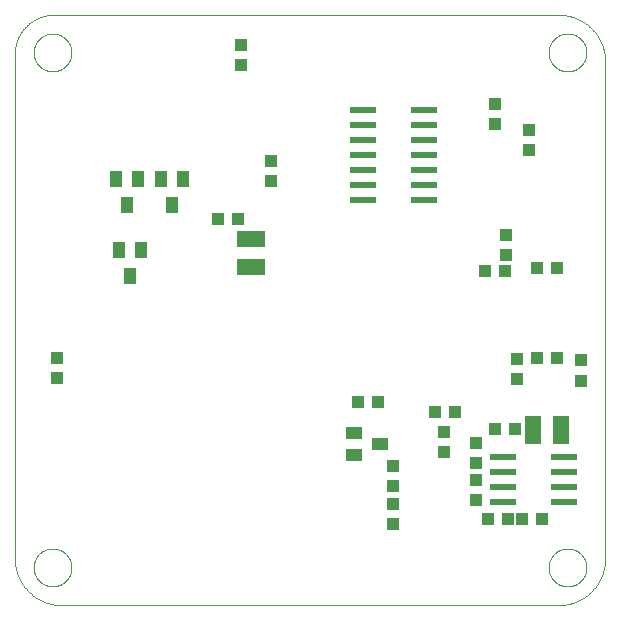
<source format=gbp>
G75*
%MOIN*%
%OFA0B0*%
%FSLAX25Y25*%
%IPPOS*%
%LPD*%
%AMOC8*
5,1,8,0,0,1.08239X$1,22.5*
%
%ADD10C,0.00000*%
%ADD11R,0.03937X0.04331*%
%ADD12R,0.04331X0.03937*%
%ADD13R,0.09449X0.05512*%
%ADD14R,0.03937X0.05512*%
%ADD15R,0.08661X0.02362*%
%ADD16R,0.08700X0.02400*%
%ADD17R,0.05512X0.09449*%
%ADD18R,0.05512X0.03937*%
D10*
X0007977Y0017548D02*
X0007977Y0185550D01*
X0014277Y0186052D02*
X0014279Y0186210D01*
X0014285Y0186368D01*
X0014295Y0186526D01*
X0014309Y0186684D01*
X0014327Y0186841D01*
X0014348Y0186998D01*
X0014374Y0187154D01*
X0014404Y0187310D01*
X0014437Y0187465D01*
X0014475Y0187618D01*
X0014516Y0187771D01*
X0014561Y0187923D01*
X0014610Y0188074D01*
X0014663Y0188223D01*
X0014719Y0188371D01*
X0014779Y0188517D01*
X0014843Y0188662D01*
X0014911Y0188805D01*
X0014982Y0188947D01*
X0015056Y0189087D01*
X0015134Y0189224D01*
X0015216Y0189360D01*
X0015300Y0189494D01*
X0015389Y0189625D01*
X0015480Y0189754D01*
X0015575Y0189881D01*
X0015672Y0190006D01*
X0015773Y0190128D01*
X0015877Y0190247D01*
X0015984Y0190364D01*
X0016094Y0190478D01*
X0016207Y0190589D01*
X0016322Y0190698D01*
X0016440Y0190803D01*
X0016561Y0190905D01*
X0016684Y0191005D01*
X0016810Y0191101D01*
X0016938Y0191194D01*
X0017068Y0191284D01*
X0017201Y0191370D01*
X0017336Y0191454D01*
X0017472Y0191533D01*
X0017611Y0191610D01*
X0017752Y0191682D01*
X0017894Y0191752D01*
X0018038Y0191817D01*
X0018184Y0191879D01*
X0018331Y0191937D01*
X0018480Y0191992D01*
X0018630Y0192043D01*
X0018781Y0192090D01*
X0018933Y0192133D01*
X0019086Y0192172D01*
X0019241Y0192208D01*
X0019396Y0192239D01*
X0019552Y0192267D01*
X0019708Y0192291D01*
X0019865Y0192311D01*
X0020023Y0192327D01*
X0020180Y0192339D01*
X0020339Y0192347D01*
X0020497Y0192351D01*
X0020655Y0192351D01*
X0020813Y0192347D01*
X0020972Y0192339D01*
X0021129Y0192327D01*
X0021287Y0192311D01*
X0021444Y0192291D01*
X0021600Y0192267D01*
X0021756Y0192239D01*
X0021911Y0192208D01*
X0022066Y0192172D01*
X0022219Y0192133D01*
X0022371Y0192090D01*
X0022522Y0192043D01*
X0022672Y0191992D01*
X0022821Y0191937D01*
X0022968Y0191879D01*
X0023114Y0191817D01*
X0023258Y0191752D01*
X0023400Y0191682D01*
X0023541Y0191610D01*
X0023680Y0191533D01*
X0023816Y0191454D01*
X0023951Y0191370D01*
X0024084Y0191284D01*
X0024214Y0191194D01*
X0024342Y0191101D01*
X0024468Y0191005D01*
X0024591Y0190905D01*
X0024712Y0190803D01*
X0024830Y0190698D01*
X0024945Y0190589D01*
X0025058Y0190478D01*
X0025168Y0190364D01*
X0025275Y0190247D01*
X0025379Y0190128D01*
X0025480Y0190006D01*
X0025577Y0189881D01*
X0025672Y0189754D01*
X0025763Y0189625D01*
X0025852Y0189494D01*
X0025936Y0189360D01*
X0026018Y0189224D01*
X0026096Y0189087D01*
X0026170Y0188947D01*
X0026241Y0188805D01*
X0026309Y0188662D01*
X0026373Y0188517D01*
X0026433Y0188371D01*
X0026489Y0188223D01*
X0026542Y0188074D01*
X0026591Y0187923D01*
X0026636Y0187771D01*
X0026677Y0187618D01*
X0026715Y0187465D01*
X0026748Y0187310D01*
X0026778Y0187154D01*
X0026804Y0186998D01*
X0026825Y0186841D01*
X0026843Y0186684D01*
X0026857Y0186526D01*
X0026867Y0186368D01*
X0026873Y0186210D01*
X0026875Y0186052D01*
X0026873Y0185894D01*
X0026867Y0185736D01*
X0026857Y0185578D01*
X0026843Y0185420D01*
X0026825Y0185263D01*
X0026804Y0185106D01*
X0026778Y0184950D01*
X0026748Y0184794D01*
X0026715Y0184639D01*
X0026677Y0184486D01*
X0026636Y0184333D01*
X0026591Y0184181D01*
X0026542Y0184030D01*
X0026489Y0183881D01*
X0026433Y0183733D01*
X0026373Y0183587D01*
X0026309Y0183442D01*
X0026241Y0183299D01*
X0026170Y0183157D01*
X0026096Y0183017D01*
X0026018Y0182880D01*
X0025936Y0182744D01*
X0025852Y0182610D01*
X0025763Y0182479D01*
X0025672Y0182350D01*
X0025577Y0182223D01*
X0025480Y0182098D01*
X0025379Y0181976D01*
X0025275Y0181857D01*
X0025168Y0181740D01*
X0025058Y0181626D01*
X0024945Y0181515D01*
X0024830Y0181406D01*
X0024712Y0181301D01*
X0024591Y0181199D01*
X0024468Y0181099D01*
X0024342Y0181003D01*
X0024214Y0180910D01*
X0024084Y0180820D01*
X0023951Y0180734D01*
X0023816Y0180650D01*
X0023680Y0180571D01*
X0023541Y0180494D01*
X0023400Y0180422D01*
X0023258Y0180352D01*
X0023114Y0180287D01*
X0022968Y0180225D01*
X0022821Y0180167D01*
X0022672Y0180112D01*
X0022522Y0180061D01*
X0022371Y0180014D01*
X0022219Y0179971D01*
X0022066Y0179932D01*
X0021911Y0179896D01*
X0021756Y0179865D01*
X0021600Y0179837D01*
X0021444Y0179813D01*
X0021287Y0179793D01*
X0021129Y0179777D01*
X0020972Y0179765D01*
X0020813Y0179757D01*
X0020655Y0179753D01*
X0020497Y0179753D01*
X0020339Y0179757D01*
X0020180Y0179765D01*
X0020023Y0179777D01*
X0019865Y0179793D01*
X0019708Y0179813D01*
X0019552Y0179837D01*
X0019396Y0179865D01*
X0019241Y0179896D01*
X0019086Y0179932D01*
X0018933Y0179971D01*
X0018781Y0180014D01*
X0018630Y0180061D01*
X0018480Y0180112D01*
X0018331Y0180167D01*
X0018184Y0180225D01*
X0018038Y0180287D01*
X0017894Y0180352D01*
X0017752Y0180422D01*
X0017611Y0180494D01*
X0017472Y0180571D01*
X0017336Y0180650D01*
X0017201Y0180734D01*
X0017068Y0180820D01*
X0016938Y0180910D01*
X0016810Y0181003D01*
X0016684Y0181099D01*
X0016561Y0181199D01*
X0016440Y0181301D01*
X0016322Y0181406D01*
X0016207Y0181515D01*
X0016094Y0181626D01*
X0015984Y0181740D01*
X0015877Y0181857D01*
X0015773Y0181976D01*
X0015672Y0182098D01*
X0015575Y0182223D01*
X0015480Y0182350D01*
X0015389Y0182479D01*
X0015300Y0182610D01*
X0015216Y0182744D01*
X0015134Y0182880D01*
X0015056Y0183017D01*
X0014982Y0183157D01*
X0014911Y0183299D01*
X0014843Y0183442D01*
X0014779Y0183587D01*
X0014719Y0183733D01*
X0014663Y0183881D01*
X0014610Y0184030D01*
X0014561Y0184181D01*
X0014516Y0184333D01*
X0014475Y0184486D01*
X0014437Y0184639D01*
X0014404Y0184794D01*
X0014374Y0184950D01*
X0014348Y0185106D01*
X0014327Y0185263D01*
X0014309Y0185420D01*
X0014295Y0185578D01*
X0014285Y0185736D01*
X0014279Y0185894D01*
X0014277Y0186052D01*
X0007978Y0185550D02*
X0007982Y0185867D01*
X0007993Y0186183D01*
X0008012Y0186499D01*
X0008039Y0186814D01*
X0008074Y0187129D01*
X0008115Y0187443D01*
X0008165Y0187755D01*
X0008222Y0188067D01*
X0008287Y0188377D01*
X0008359Y0188685D01*
X0008438Y0188991D01*
X0008525Y0189296D01*
X0008619Y0189598D01*
X0008721Y0189898D01*
X0008829Y0190195D01*
X0008945Y0190490D01*
X0009068Y0190782D01*
X0009198Y0191070D01*
X0009335Y0191356D01*
X0009479Y0191638D01*
X0009629Y0191916D01*
X0009786Y0192191D01*
X0009950Y0192462D01*
X0010120Y0192729D01*
X0010297Y0192992D01*
X0010480Y0193250D01*
X0010669Y0193504D01*
X0010864Y0193753D01*
X0011065Y0193997D01*
X0011273Y0194237D01*
X0011485Y0194471D01*
X0011704Y0194700D01*
X0011928Y0194924D01*
X0012157Y0195143D01*
X0012391Y0195355D01*
X0012631Y0195563D01*
X0012875Y0195764D01*
X0013124Y0195959D01*
X0013378Y0196148D01*
X0013636Y0196331D01*
X0013899Y0196508D01*
X0014166Y0196678D01*
X0014437Y0196842D01*
X0014712Y0196999D01*
X0014990Y0197149D01*
X0015272Y0197293D01*
X0015558Y0197430D01*
X0015846Y0197560D01*
X0016138Y0197683D01*
X0016433Y0197799D01*
X0016730Y0197907D01*
X0017030Y0198009D01*
X0017332Y0198103D01*
X0017637Y0198190D01*
X0017943Y0198269D01*
X0018251Y0198341D01*
X0018561Y0198406D01*
X0018873Y0198463D01*
X0019185Y0198513D01*
X0019499Y0198554D01*
X0019814Y0198589D01*
X0020129Y0198616D01*
X0020445Y0198635D01*
X0020761Y0198646D01*
X0021078Y0198650D01*
X0189080Y0198650D01*
X0185930Y0186052D02*
X0185932Y0186210D01*
X0185938Y0186368D01*
X0185948Y0186526D01*
X0185962Y0186684D01*
X0185980Y0186841D01*
X0186001Y0186998D01*
X0186027Y0187154D01*
X0186057Y0187310D01*
X0186090Y0187465D01*
X0186128Y0187618D01*
X0186169Y0187771D01*
X0186214Y0187923D01*
X0186263Y0188074D01*
X0186316Y0188223D01*
X0186372Y0188371D01*
X0186432Y0188517D01*
X0186496Y0188662D01*
X0186564Y0188805D01*
X0186635Y0188947D01*
X0186709Y0189087D01*
X0186787Y0189224D01*
X0186869Y0189360D01*
X0186953Y0189494D01*
X0187042Y0189625D01*
X0187133Y0189754D01*
X0187228Y0189881D01*
X0187325Y0190006D01*
X0187426Y0190128D01*
X0187530Y0190247D01*
X0187637Y0190364D01*
X0187747Y0190478D01*
X0187860Y0190589D01*
X0187975Y0190698D01*
X0188093Y0190803D01*
X0188214Y0190905D01*
X0188337Y0191005D01*
X0188463Y0191101D01*
X0188591Y0191194D01*
X0188721Y0191284D01*
X0188854Y0191370D01*
X0188989Y0191454D01*
X0189125Y0191533D01*
X0189264Y0191610D01*
X0189405Y0191682D01*
X0189547Y0191752D01*
X0189691Y0191817D01*
X0189837Y0191879D01*
X0189984Y0191937D01*
X0190133Y0191992D01*
X0190283Y0192043D01*
X0190434Y0192090D01*
X0190586Y0192133D01*
X0190739Y0192172D01*
X0190894Y0192208D01*
X0191049Y0192239D01*
X0191205Y0192267D01*
X0191361Y0192291D01*
X0191518Y0192311D01*
X0191676Y0192327D01*
X0191833Y0192339D01*
X0191992Y0192347D01*
X0192150Y0192351D01*
X0192308Y0192351D01*
X0192466Y0192347D01*
X0192625Y0192339D01*
X0192782Y0192327D01*
X0192940Y0192311D01*
X0193097Y0192291D01*
X0193253Y0192267D01*
X0193409Y0192239D01*
X0193564Y0192208D01*
X0193719Y0192172D01*
X0193872Y0192133D01*
X0194024Y0192090D01*
X0194175Y0192043D01*
X0194325Y0191992D01*
X0194474Y0191937D01*
X0194621Y0191879D01*
X0194767Y0191817D01*
X0194911Y0191752D01*
X0195053Y0191682D01*
X0195194Y0191610D01*
X0195333Y0191533D01*
X0195469Y0191454D01*
X0195604Y0191370D01*
X0195737Y0191284D01*
X0195867Y0191194D01*
X0195995Y0191101D01*
X0196121Y0191005D01*
X0196244Y0190905D01*
X0196365Y0190803D01*
X0196483Y0190698D01*
X0196598Y0190589D01*
X0196711Y0190478D01*
X0196821Y0190364D01*
X0196928Y0190247D01*
X0197032Y0190128D01*
X0197133Y0190006D01*
X0197230Y0189881D01*
X0197325Y0189754D01*
X0197416Y0189625D01*
X0197505Y0189494D01*
X0197589Y0189360D01*
X0197671Y0189224D01*
X0197749Y0189087D01*
X0197823Y0188947D01*
X0197894Y0188805D01*
X0197962Y0188662D01*
X0198026Y0188517D01*
X0198086Y0188371D01*
X0198142Y0188223D01*
X0198195Y0188074D01*
X0198244Y0187923D01*
X0198289Y0187771D01*
X0198330Y0187618D01*
X0198368Y0187465D01*
X0198401Y0187310D01*
X0198431Y0187154D01*
X0198457Y0186998D01*
X0198478Y0186841D01*
X0198496Y0186684D01*
X0198510Y0186526D01*
X0198520Y0186368D01*
X0198526Y0186210D01*
X0198528Y0186052D01*
X0198526Y0185894D01*
X0198520Y0185736D01*
X0198510Y0185578D01*
X0198496Y0185420D01*
X0198478Y0185263D01*
X0198457Y0185106D01*
X0198431Y0184950D01*
X0198401Y0184794D01*
X0198368Y0184639D01*
X0198330Y0184486D01*
X0198289Y0184333D01*
X0198244Y0184181D01*
X0198195Y0184030D01*
X0198142Y0183881D01*
X0198086Y0183733D01*
X0198026Y0183587D01*
X0197962Y0183442D01*
X0197894Y0183299D01*
X0197823Y0183157D01*
X0197749Y0183017D01*
X0197671Y0182880D01*
X0197589Y0182744D01*
X0197505Y0182610D01*
X0197416Y0182479D01*
X0197325Y0182350D01*
X0197230Y0182223D01*
X0197133Y0182098D01*
X0197032Y0181976D01*
X0196928Y0181857D01*
X0196821Y0181740D01*
X0196711Y0181626D01*
X0196598Y0181515D01*
X0196483Y0181406D01*
X0196365Y0181301D01*
X0196244Y0181199D01*
X0196121Y0181099D01*
X0195995Y0181003D01*
X0195867Y0180910D01*
X0195737Y0180820D01*
X0195604Y0180734D01*
X0195469Y0180650D01*
X0195333Y0180571D01*
X0195194Y0180494D01*
X0195053Y0180422D01*
X0194911Y0180352D01*
X0194767Y0180287D01*
X0194621Y0180225D01*
X0194474Y0180167D01*
X0194325Y0180112D01*
X0194175Y0180061D01*
X0194024Y0180014D01*
X0193872Y0179971D01*
X0193719Y0179932D01*
X0193564Y0179896D01*
X0193409Y0179865D01*
X0193253Y0179837D01*
X0193097Y0179813D01*
X0192940Y0179793D01*
X0192782Y0179777D01*
X0192625Y0179765D01*
X0192466Y0179757D01*
X0192308Y0179753D01*
X0192150Y0179753D01*
X0191992Y0179757D01*
X0191833Y0179765D01*
X0191676Y0179777D01*
X0191518Y0179793D01*
X0191361Y0179813D01*
X0191205Y0179837D01*
X0191049Y0179865D01*
X0190894Y0179896D01*
X0190739Y0179932D01*
X0190586Y0179971D01*
X0190434Y0180014D01*
X0190283Y0180061D01*
X0190133Y0180112D01*
X0189984Y0180167D01*
X0189837Y0180225D01*
X0189691Y0180287D01*
X0189547Y0180352D01*
X0189405Y0180422D01*
X0189264Y0180494D01*
X0189125Y0180571D01*
X0188989Y0180650D01*
X0188854Y0180734D01*
X0188721Y0180820D01*
X0188591Y0180910D01*
X0188463Y0181003D01*
X0188337Y0181099D01*
X0188214Y0181199D01*
X0188093Y0181301D01*
X0187975Y0181406D01*
X0187860Y0181515D01*
X0187747Y0181626D01*
X0187637Y0181740D01*
X0187530Y0181857D01*
X0187426Y0181976D01*
X0187325Y0182098D01*
X0187228Y0182223D01*
X0187133Y0182350D01*
X0187042Y0182479D01*
X0186953Y0182610D01*
X0186869Y0182744D01*
X0186787Y0182880D01*
X0186709Y0183017D01*
X0186635Y0183157D01*
X0186564Y0183299D01*
X0186496Y0183442D01*
X0186432Y0183587D01*
X0186372Y0183733D01*
X0186316Y0183881D01*
X0186263Y0184030D01*
X0186214Y0184181D01*
X0186169Y0184333D01*
X0186128Y0184486D01*
X0186090Y0184639D01*
X0186057Y0184794D01*
X0186027Y0184950D01*
X0186001Y0185106D01*
X0185980Y0185263D01*
X0185962Y0185420D01*
X0185948Y0185578D01*
X0185938Y0185736D01*
X0185932Y0185894D01*
X0185930Y0186052D01*
X0189080Y0198650D02*
X0189461Y0198645D01*
X0189841Y0198632D01*
X0190221Y0198609D01*
X0190600Y0198576D01*
X0190978Y0198535D01*
X0191355Y0198485D01*
X0191731Y0198425D01*
X0192106Y0198357D01*
X0192478Y0198279D01*
X0192849Y0198192D01*
X0193217Y0198097D01*
X0193583Y0197992D01*
X0193946Y0197879D01*
X0194307Y0197757D01*
X0194664Y0197627D01*
X0195018Y0197487D01*
X0195369Y0197340D01*
X0195716Y0197183D01*
X0196059Y0197019D01*
X0196398Y0196846D01*
X0196733Y0196665D01*
X0197064Y0196476D01*
X0197389Y0196279D01*
X0197710Y0196075D01*
X0198026Y0195862D01*
X0198336Y0195642D01*
X0198642Y0195415D01*
X0198941Y0195180D01*
X0199235Y0194938D01*
X0199523Y0194690D01*
X0199805Y0194434D01*
X0200080Y0194171D01*
X0200349Y0193902D01*
X0200612Y0193627D01*
X0200868Y0193345D01*
X0201116Y0193057D01*
X0201358Y0192763D01*
X0201593Y0192464D01*
X0201820Y0192158D01*
X0202040Y0191848D01*
X0202253Y0191532D01*
X0202457Y0191211D01*
X0202654Y0190886D01*
X0202843Y0190555D01*
X0203024Y0190220D01*
X0203197Y0189881D01*
X0203361Y0189538D01*
X0203518Y0189191D01*
X0203665Y0188840D01*
X0203805Y0188486D01*
X0203935Y0188129D01*
X0204057Y0187768D01*
X0204170Y0187405D01*
X0204275Y0187039D01*
X0204370Y0186671D01*
X0204457Y0186300D01*
X0204535Y0185928D01*
X0204603Y0185553D01*
X0204663Y0185177D01*
X0204713Y0184800D01*
X0204754Y0184422D01*
X0204787Y0184043D01*
X0204810Y0183663D01*
X0204823Y0183283D01*
X0204828Y0182902D01*
X0204828Y0017548D01*
X0185930Y0014398D02*
X0185932Y0014556D01*
X0185938Y0014714D01*
X0185948Y0014872D01*
X0185962Y0015030D01*
X0185980Y0015187D01*
X0186001Y0015344D01*
X0186027Y0015500D01*
X0186057Y0015656D01*
X0186090Y0015811D01*
X0186128Y0015964D01*
X0186169Y0016117D01*
X0186214Y0016269D01*
X0186263Y0016420D01*
X0186316Y0016569D01*
X0186372Y0016717D01*
X0186432Y0016863D01*
X0186496Y0017008D01*
X0186564Y0017151D01*
X0186635Y0017293D01*
X0186709Y0017433D01*
X0186787Y0017570D01*
X0186869Y0017706D01*
X0186953Y0017840D01*
X0187042Y0017971D01*
X0187133Y0018100D01*
X0187228Y0018227D01*
X0187325Y0018352D01*
X0187426Y0018474D01*
X0187530Y0018593D01*
X0187637Y0018710D01*
X0187747Y0018824D01*
X0187860Y0018935D01*
X0187975Y0019044D01*
X0188093Y0019149D01*
X0188214Y0019251D01*
X0188337Y0019351D01*
X0188463Y0019447D01*
X0188591Y0019540D01*
X0188721Y0019630D01*
X0188854Y0019716D01*
X0188989Y0019800D01*
X0189125Y0019879D01*
X0189264Y0019956D01*
X0189405Y0020028D01*
X0189547Y0020098D01*
X0189691Y0020163D01*
X0189837Y0020225D01*
X0189984Y0020283D01*
X0190133Y0020338D01*
X0190283Y0020389D01*
X0190434Y0020436D01*
X0190586Y0020479D01*
X0190739Y0020518D01*
X0190894Y0020554D01*
X0191049Y0020585D01*
X0191205Y0020613D01*
X0191361Y0020637D01*
X0191518Y0020657D01*
X0191676Y0020673D01*
X0191833Y0020685D01*
X0191992Y0020693D01*
X0192150Y0020697D01*
X0192308Y0020697D01*
X0192466Y0020693D01*
X0192625Y0020685D01*
X0192782Y0020673D01*
X0192940Y0020657D01*
X0193097Y0020637D01*
X0193253Y0020613D01*
X0193409Y0020585D01*
X0193564Y0020554D01*
X0193719Y0020518D01*
X0193872Y0020479D01*
X0194024Y0020436D01*
X0194175Y0020389D01*
X0194325Y0020338D01*
X0194474Y0020283D01*
X0194621Y0020225D01*
X0194767Y0020163D01*
X0194911Y0020098D01*
X0195053Y0020028D01*
X0195194Y0019956D01*
X0195333Y0019879D01*
X0195469Y0019800D01*
X0195604Y0019716D01*
X0195737Y0019630D01*
X0195867Y0019540D01*
X0195995Y0019447D01*
X0196121Y0019351D01*
X0196244Y0019251D01*
X0196365Y0019149D01*
X0196483Y0019044D01*
X0196598Y0018935D01*
X0196711Y0018824D01*
X0196821Y0018710D01*
X0196928Y0018593D01*
X0197032Y0018474D01*
X0197133Y0018352D01*
X0197230Y0018227D01*
X0197325Y0018100D01*
X0197416Y0017971D01*
X0197505Y0017840D01*
X0197589Y0017706D01*
X0197671Y0017570D01*
X0197749Y0017433D01*
X0197823Y0017293D01*
X0197894Y0017151D01*
X0197962Y0017008D01*
X0198026Y0016863D01*
X0198086Y0016717D01*
X0198142Y0016569D01*
X0198195Y0016420D01*
X0198244Y0016269D01*
X0198289Y0016117D01*
X0198330Y0015964D01*
X0198368Y0015811D01*
X0198401Y0015656D01*
X0198431Y0015500D01*
X0198457Y0015344D01*
X0198478Y0015187D01*
X0198496Y0015030D01*
X0198510Y0014872D01*
X0198520Y0014714D01*
X0198526Y0014556D01*
X0198528Y0014398D01*
X0198526Y0014240D01*
X0198520Y0014082D01*
X0198510Y0013924D01*
X0198496Y0013766D01*
X0198478Y0013609D01*
X0198457Y0013452D01*
X0198431Y0013296D01*
X0198401Y0013140D01*
X0198368Y0012985D01*
X0198330Y0012832D01*
X0198289Y0012679D01*
X0198244Y0012527D01*
X0198195Y0012376D01*
X0198142Y0012227D01*
X0198086Y0012079D01*
X0198026Y0011933D01*
X0197962Y0011788D01*
X0197894Y0011645D01*
X0197823Y0011503D01*
X0197749Y0011363D01*
X0197671Y0011226D01*
X0197589Y0011090D01*
X0197505Y0010956D01*
X0197416Y0010825D01*
X0197325Y0010696D01*
X0197230Y0010569D01*
X0197133Y0010444D01*
X0197032Y0010322D01*
X0196928Y0010203D01*
X0196821Y0010086D01*
X0196711Y0009972D01*
X0196598Y0009861D01*
X0196483Y0009752D01*
X0196365Y0009647D01*
X0196244Y0009545D01*
X0196121Y0009445D01*
X0195995Y0009349D01*
X0195867Y0009256D01*
X0195737Y0009166D01*
X0195604Y0009080D01*
X0195469Y0008996D01*
X0195333Y0008917D01*
X0195194Y0008840D01*
X0195053Y0008768D01*
X0194911Y0008698D01*
X0194767Y0008633D01*
X0194621Y0008571D01*
X0194474Y0008513D01*
X0194325Y0008458D01*
X0194175Y0008407D01*
X0194024Y0008360D01*
X0193872Y0008317D01*
X0193719Y0008278D01*
X0193564Y0008242D01*
X0193409Y0008211D01*
X0193253Y0008183D01*
X0193097Y0008159D01*
X0192940Y0008139D01*
X0192782Y0008123D01*
X0192625Y0008111D01*
X0192466Y0008103D01*
X0192308Y0008099D01*
X0192150Y0008099D01*
X0191992Y0008103D01*
X0191833Y0008111D01*
X0191676Y0008123D01*
X0191518Y0008139D01*
X0191361Y0008159D01*
X0191205Y0008183D01*
X0191049Y0008211D01*
X0190894Y0008242D01*
X0190739Y0008278D01*
X0190586Y0008317D01*
X0190434Y0008360D01*
X0190283Y0008407D01*
X0190133Y0008458D01*
X0189984Y0008513D01*
X0189837Y0008571D01*
X0189691Y0008633D01*
X0189547Y0008698D01*
X0189405Y0008768D01*
X0189264Y0008840D01*
X0189125Y0008917D01*
X0188989Y0008996D01*
X0188854Y0009080D01*
X0188721Y0009166D01*
X0188591Y0009256D01*
X0188463Y0009349D01*
X0188337Y0009445D01*
X0188214Y0009545D01*
X0188093Y0009647D01*
X0187975Y0009752D01*
X0187860Y0009861D01*
X0187747Y0009972D01*
X0187637Y0010086D01*
X0187530Y0010203D01*
X0187426Y0010322D01*
X0187325Y0010444D01*
X0187228Y0010569D01*
X0187133Y0010696D01*
X0187042Y0010825D01*
X0186953Y0010956D01*
X0186869Y0011090D01*
X0186787Y0011226D01*
X0186709Y0011363D01*
X0186635Y0011503D01*
X0186564Y0011645D01*
X0186496Y0011788D01*
X0186432Y0011933D01*
X0186372Y0012079D01*
X0186316Y0012227D01*
X0186263Y0012376D01*
X0186214Y0012527D01*
X0186169Y0012679D01*
X0186128Y0012832D01*
X0186090Y0012985D01*
X0186057Y0013140D01*
X0186027Y0013296D01*
X0186001Y0013452D01*
X0185980Y0013609D01*
X0185962Y0013766D01*
X0185948Y0013924D01*
X0185938Y0014082D01*
X0185932Y0014240D01*
X0185930Y0014398D01*
X0189080Y0001800D02*
X0189461Y0001805D01*
X0189841Y0001818D01*
X0190221Y0001841D01*
X0190600Y0001874D01*
X0190978Y0001915D01*
X0191355Y0001965D01*
X0191731Y0002025D01*
X0192106Y0002093D01*
X0192478Y0002171D01*
X0192849Y0002258D01*
X0193217Y0002353D01*
X0193583Y0002458D01*
X0193946Y0002571D01*
X0194307Y0002693D01*
X0194664Y0002823D01*
X0195018Y0002963D01*
X0195369Y0003110D01*
X0195716Y0003267D01*
X0196059Y0003431D01*
X0196398Y0003604D01*
X0196733Y0003785D01*
X0197064Y0003974D01*
X0197389Y0004171D01*
X0197710Y0004375D01*
X0198026Y0004588D01*
X0198336Y0004808D01*
X0198642Y0005035D01*
X0198941Y0005270D01*
X0199235Y0005512D01*
X0199523Y0005760D01*
X0199805Y0006016D01*
X0200080Y0006279D01*
X0200349Y0006548D01*
X0200612Y0006823D01*
X0200868Y0007105D01*
X0201116Y0007393D01*
X0201358Y0007687D01*
X0201593Y0007986D01*
X0201820Y0008292D01*
X0202040Y0008602D01*
X0202253Y0008918D01*
X0202457Y0009239D01*
X0202654Y0009564D01*
X0202843Y0009895D01*
X0203024Y0010230D01*
X0203197Y0010569D01*
X0203361Y0010912D01*
X0203518Y0011259D01*
X0203665Y0011610D01*
X0203805Y0011964D01*
X0203935Y0012321D01*
X0204057Y0012682D01*
X0204170Y0013045D01*
X0204275Y0013411D01*
X0204370Y0013779D01*
X0204457Y0014150D01*
X0204535Y0014522D01*
X0204603Y0014897D01*
X0204663Y0015273D01*
X0204713Y0015650D01*
X0204754Y0016028D01*
X0204787Y0016407D01*
X0204810Y0016787D01*
X0204823Y0017167D01*
X0204828Y0017548D01*
X0189080Y0001800D02*
X0023725Y0001800D01*
X0014277Y0014398D02*
X0014279Y0014556D01*
X0014285Y0014714D01*
X0014295Y0014872D01*
X0014309Y0015030D01*
X0014327Y0015187D01*
X0014348Y0015344D01*
X0014374Y0015500D01*
X0014404Y0015656D01*
X0014437Y0015811D01*
X0014475Y0015964D01*
X0014516Y0016117D01*
X0014561Y0016269D01*
X0014610Y0016420D01*
X0014663Y0016569D01*
X0014719Y0016717D01*
X0014779Y0016863D01*
X0014843Y0017008D01*
X0014911Y0017151D01*
X0014982Y0017293D01*
X0015056Y0017433D01*
X0015134Y0017570D01*
X0015216Y0017706D01*
X0015300Y0017840D01*
X0015389Y0017971D01*
X0015480Y0018100D01*
X0015575Y0018227D01*
X0015672Y0018352D01*
X0015773Y0018474D01*
X0015877Y0018593D01*
X0015984Y0018710D01*
X0016094Y0018824D01*
X0016207Y0018935D01*
X0016322Y0019044D01*
X0016440Y0019149D01*
X0016561Y0019251D01*
X0016684Y0019351D01*
X0016810Y0019447D01*
X0016938Y0019540D01*
X0017068Y0019630D01*
X0017201Y0019716D01*
X0017336Y0019800D01*
X0017472Y0019879D01*
X0017611Y0019956D01*
X0017752Y0020028D01*
X0017894Y0020098D01*
X0018038Y0020163D01*
X0018184Y0020225D01*
X0018331Y0020283D01*
X0018480Y0020338D01*
X0018630Y0020389D01*
X0018781Y0020436D01*
X0018933Y0020479D01*
X0019086Y0020518D01*
X0019241Y0020554D01*
X0019396Y0020585D01*
X0019552Y0020613D01*
X0019708Y0020637D01*
X0019865Y0020657D01*
X0020023Y0020673D01*
X0020180Y0020685D01*
X0020339Y0020693D01*
X0020497Y0020697D01*
X0020655Y0020697D01*
X0020813Y0020693D01*
X0020972Y0020685D01*
X0021129Y0020673D01*
X0021287Y0020657D01*
X0021444Y0020637D01*
X0021600Y0020613D01*
X0021756Y0020585D01*
X0021911Y0020554D01*
X0022066Y0020518D01*
X0022219Y0020479D01*
X0022371Y0020436D01*
X0022522Y0020389D01*
X0022672Y0020338D01*
X0022821Y0020283D01*
X0022968Y0020225D01*
X0023114Y0020163D01*
X0023258Y0020098D01*
X0023400Y0020028D01*
X0023541Y0019956D01*
X0023680Y0019879D01*
X0023816Y0019800D01*
X0023951Y0019716D01*
X0024084Y0019630D01*
X0024214Y0019540D01*
X0024342Y0019447D01*
X0024468Y0019351D01*
X0024591Y0019251D01*
X0024712Y0019149D01*
X0024830Y0019044D01*
X0024945Y0018935D01*
X0025058Y0018824D01*
X0025168Y0018710D01*
X0025275Y0018593D01*
X0025379Y0018474D01*
X0025480Y0018352D01*
X0025577Y0018227D01*
X0025672Y0018100D01*
X0025763Y0017971D01*
X0025852Y0017840D01*
X0025936Y0017706D01*
X0026018Y0017570D01*
X0026096Y0017433D01*
X0026170Y0017293D01*
X0026241Y0017151D01*
X0026309Y0017008D01*
X0026373Y0016863D01*
X0026433Y0016717D01*
X0026489Y0016569D01*
X0026542Y0016420D01*
X0026591Y0016269D01*
X0026636Y0016117D01*
X0026677Y0015964D01*
X0026715Y0015811D01*
X0026748Y0015656D01*
X0026778Y0015500D01*
X0026804Y0015344D01*
X0026825Y0015187D01*
X0026843Y0015030D01*
X0026857Y0014872D01*
X0026867Y0014714D01*
X0026873Y0014556D01*
X0026875Y0014398D01*
X0026873Y0014240D01*
X0026867Y0014082D01*
X0026857Y0013924D01*
X0026843Y0013766D01*
X0026825Y0013609D01*
X0026804Y0013452D01*
X0026778Y0013296D01*
X0026748Y0013140D01*
X0026715Y0012985D01*
X0026677Y0012832D01*
X0026636Y0012679D01*
X0026591Y0012527D01*
X0026542Y0012376D01*
X0026489Y0012227D01*
X0026433Y0012079D01*
X0026373Y0011933D01*
X0026309Y0011788D01*
X0026241Y0011645D01*
X0026170Y0011503D01*
X0026096Y0011363D01*
X0026018Y0011226D01*
X0025936Y0011090D01*
X0025852Y0010956D01*
X0025763Y0010825D01*
X0025672Y0010696D01*
X0025577Y0010569D01*
X0025480Y0010444D01*
X0025379Y0010322D01*
X0025275Y0010203D01*
X0025168Y0010086D01*
X0025058Y0009972D01*
X0024945Y0009861D01*
X0024830Y0009752D01*
X0024712Y0009647D01*
X0024591Y0009545D01*
X0024468Y0009445D01*
X0024342Y0009349D01*
X0024214Y0009256D01*
X0024084Y0009166D01*
X0023951Y0009080D01*
X0023816Y0008996D01*
X0023680Y0008917D01*
X0023541Y0008840D01*
X0023400Y0008768D01*
X0023258Y0008698D01*
X0023114Y0008633D01*
X0022968Y0008571D01*
X0022821Y0008513D01*
X0022672Y0008458D01*
X0022522Y0008407D01*
X0022371Y0008360D01*
X0022219Y0008317D01*
X0022066Y0008278D01*
X0021911Y0008242D01*
X0021756Y0008211D01*
X0021600Y0008183D01*
X0021444Y0008159D01*
X0021287Y0008139D01*
X0021129Y0008123D01*
X0020972Y0008111D01*
X0020813Y0008103D01*
X0020655Y0008099D01*
X0020497Y0008099D01*
X0020339Y0008103D01*
X0020180Y0008111D01*
X0020023Y0008123D01*
X0019865Y0008139D01*
X0019708Y0008159D01*
X0019552Y0008183D01*
X0019396Y0008211D01*
X0019241Y0008242D01*
X0019086Y0008278D01*
X0018933Y0008317D01*
X0018781Y0008360D01*
X0018630Y0008407D01*
X0018480Y0008458D01*
X0018331Y0008513D01*
X0018184Y0008571D01*
X0018038Y0008633D01*
X0017894Y0008698D01*
X0017752Y0008768D01*
X0017611Y0008840D01*
X0017472Y0008917D01*
X0017336Y0008996D01*
X0017201Y0009080D01*
X0017068Y0009166D01*
X0016938Y0009256D01*
X0016810Y0009349D01*
X0016684Y0009445D01*
X0016561Y0009545D01*
X0016440Y0009647D01*
X0016322Y0009752D01*
X0016207Y0009861D01*
X0016094Y0009972D01*
X0015984Y0010086D01*
X0015877Y0010203D01*
X0015773Y0010322D01*
X0015672Y0010444D01*
X0015575Y0010569D01*
X0015480Y0010696D01*
X0015389Y0010825D01*
X0015300Y0010956D01*
X0015216Y0011090D01*
X0015134Y0011226D01*
X0015056Y0011363D01*
X0014982Y0011503D01*
X0014911Y0011645D01*
X0014843Y0011788D01*
X0014779Y0011933D01*
X0014719Y0012079D01*
X0014663Y0012227D01*
X0014610Y0012376D01*
X0014561Y0012527D01*
X0014516Y0012679D01*
X0014475Y0012832D01*
X0014437Y0012985D01*
X0014404Y0013140D01*
X0014374Y0013296D01*
X0014348Y0013452D01*
X0014327Y0013609D01*
X0014309Y0013766D01*
X0014295Y0013924D01*
X0014285Y0014082D01*
X0014279Y0014240D01*
X0014277Y0014398D01*
X0007977Y0017548D02*
X0007982Y0017167D01*
X0007995Y0016787D01*
X0008018Y0016407D01*
X0008051Y0016028D01*
X0008092Y0015650D01*
X0008142Y0015273D01*
X0008202Y0014897D01*
X0008270Y0014522D01*
X0008348Y0014150D01*
X0008435Y0013779D01*
X0008530Y0013411D01*
X0008635Y0013045D01*
X0008748Y0012682D01*
X0008870Y0012321D01*
X0009000Y0011964D01*
X0009140Y0011610D01*
X0009287Y0011259D01*
X0009444Y0010912D01*
X0009608Y0010569D01*
X0009781Y0010230D01*
X0009962Y0009895D01*
X0010151Y0009564D01*
X0010348Y0009239D01*
X0010552Y0008918D01*
X0010765Y0008602D01*
X0010985Y0008292D01*
X0011212Y0007986D01*
X0011447Y0007687D01*
X0011689Y0007393D01*
X0011937Y0007105D01*
X0012193Y0006823D01*
X0012456Y0006548D01*
X0012725Y0006279D01*
X0013000Y0006016D01*
X0013282Y0005760D01*
X0013570Y0005512D01*
X0013864Y0005270D01*
X0014163Y0005035D01*
X0014469Y0004808D01*
X0014779Y0004588D01*
X0015095Y0004375D01*
X0015416Y0004171D01*
X0015741Y0003974D01*
X0016072Y0003785D01*
X0016407Y0003604D01*
X0016746Y0003431D01*
X0017089Y0003267D01*
X0017436Y0003110D01*
X0017787Y0002963D01*
X0018141Y0002823D01*
X0018498Y0002693D01*
X0018859Y0002571D01*
X0019222Y0002458D01*
X0019588Y0002353D01*
X0019956Y0002258D01*
X0020327Y0002171D01*
X0020699Y0002093D01*
X0021074Y0002025D01*
X0021450Y0001965D01*
X0021827Y0001915D01*
X0022205Y0001874D01*
X0022584Y0001841D01*
X0022964Y0001818D01*
X0023344Y0001805D01*
X0023725Y0001800D01*
D11*
X0122456Y0069588D03*
X0129149Y0069588D03*
X0147956Y0066313D03*
X0154649Y0066313D03*
X0161752Y0055759D03*
X0161752Y0049066D03*
X0165693Y0030625D03*
X0172386Y0030625D03*
X0177168Y0030625D03*
X0183861Y0030625D03*
X0171461Y0113050D03*
X0171727Y0118454D03*
X0171727Y0125146D03*
X0182131Y0114300D03*
X0188824Y0114300D03*
X0164768Y0113050D03*
X0093290Y0143141D03*
X0093290Y0149834D03*
X0083452Y0181766D03*
X0083452Y0188459D03*
D12*
X0082261Y0130550D03*
X0075568Y0130550D03*
X0022040Y0084209D03*
X0022040Y0077516D03*
X0134015Y0048271D03*
X0134015Y0041579D03*
X0133977Y0035571D03*
X0133977Y0028879D03*
X0151177Y0052791D03*
X0151177Y0059484D03*
X0167943Y0060425D03*
X0174636Y0060425D03*
X0175477Y0077204D03*
X0175477Y0083896D03*
X0182131Y0084300D03*
X0188824Y0084300D03*
X0196602Y0083384D03*
X0196602Y0076691D03*
X0161727Y0043521D03*
X0161727Y0036829D03*
X0179227Y0153454D03*
X0179227Y0160146D03*
X0167977Y0162204D03*
X0167977Y0168896D03*
D13*
X0086727Y0124024D03*
X0086727Y0114576D03*
D14*
X0060477Y0135282D03*
X0056737Y0143943D03*
X0064217Y0143943D03*
X0049217Y0143943D03*
X0041737Y0143943D03*
X0045477Y0135282D03*
X0042675Y0120193D03*
X0050155Y0120193D03*
X0046415Y0111532D03*
D15*
X0123991Y0136800D03*
X0123991Y0141800D03*
X0123991Y0146800D03*
X0123991Y0151800D03*
X0123991Y0156800D03*
X0123991Y0161800D03*
X0123991Y0166800D03*
X0144463Y0166800D03*
X0144463Y0161800D03*
X0144463Y0156800D03*
X0144463Y0151800D03*
X0144463Y0146800D03*
X0144463Y0141800D03*
X0144463Y0136800D03*
D16*
X0170590Y0051062D03*
X0170590Y0046062D03*
X0170590Y0041063D03*
X0170590Y0036063D03*
X0191190Y0036063D03*
X0191190Y0041063D03*
X0191190Y0046062D03*
X0191190Y0051062D03*
D17*
X0190089Y0060350D03*
X0180640Y0060350D03*
D18*
X0129758Y0055487D03*
X0121096Y0051747D03*
X0121096Y0059228D03*
M02*

</source>
